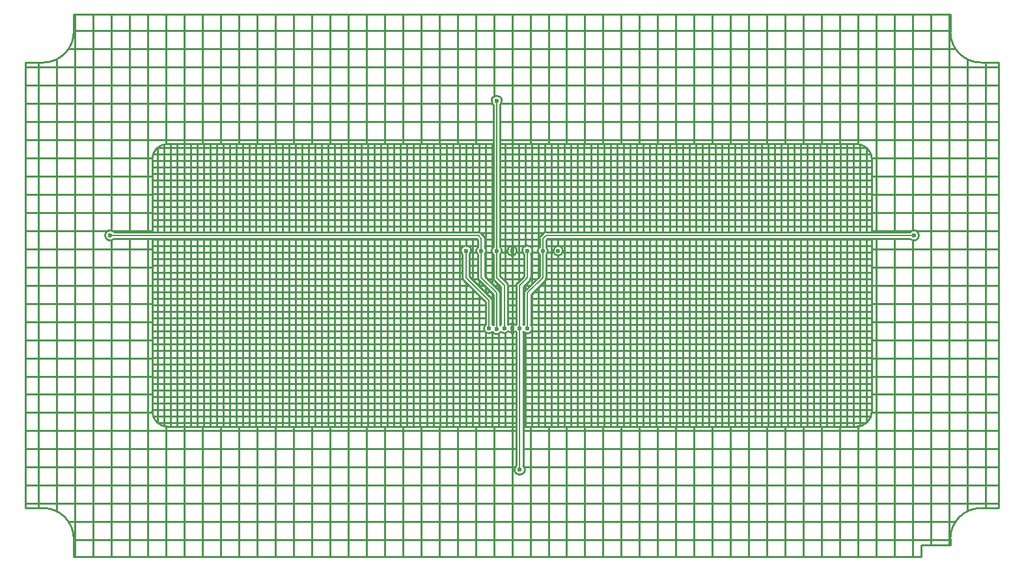
<source format=gbr>
G04 GENERATED BY PULSONIX 7.0 GERBER.DLL 4573*
%INHILLSTAR_100X50_EL_4LAYER_V1_0*%
%LNGERBER_INNER2*%
%FSLAX33Y33*%
%IPPOS*%
%LPD*%
%OFA0B0*%
%MOMM*%
%ADD10C,0.250*%
%ADD12C,0.150*%
%ADD105C,0.400*%
%ADD112C,0.600*%
X0Y0D02*
D02*
D10*
X63734Y157400D02*
Y99400D01*
X66034*
G75*
G02X70034Y95400J-4000*
G01*
Y93100*
X180234*
Y94425*
G75*
G02X180434Y94625I200*
G01*
X184034*
Y95400*
G75*
G02X188034Y99400I4000*
G01*
X190334*
Y157400*
X188034*
G75*
G02X184034Y161400J4000*
G01*
Y163700*
X70034*
Y161400*
G75*
G02X66034Y157400I-4000*
G01*
X63734*
X75287Y134450D02*
G75*
G02X74109Y134900I-503J450D01*
G01*
G75*
G02X75287Y135350I675*
G01*
X80234*
Y144800*
G75*
G02X82234Y146800I2000*
G01*
X124584*
Y151897*
G75*
G02X124359Y152400I450J503*
G01*
G75*
G02X125709I675*
G01*
G75*
G02X125484Y151897I-675*
G01*
Y146800*
X171834*
G75*
G02X173834Y144800J-2000*
G01*
Y135350*
X178781*
G75*
G02X179959Y134900I503J-450*
G01*
G75*
G02X178781Y134450I-675*
G01*
X173834*
Y112000*
G75*
G02X171834Y110000I-2000*
G01*
X128484*
Y104903*
G75*
G02X128709Y104400I-450J-503*
G01*
G75*
G02X127359I-675*
G01*
G75*
G02X127584Y104903I675*
G01*
Y110000*
X82234*
G75*
G02X80234Y112000J2000*
G01*
Y134450*
X75287*
X70034Y95248D02*
X184034D01*
X69364Y97616D02*
X184703D01*
X63734Y99984D02*
X190334D01*
X63734Y102352D02*
X190334D01*
X63734Y104720D02*
X127439D01*
X128628D02*
X190334D01*
X63734Y107088D02*
X127584D01*
X128484D02*
X190334D01*
X63734Y109456D02*
X127584D01*
X128484D02*
X190334D01*
X63734Y111824D02*
X80242D01*
X173826D02*
X190334D01*
X63734Y114192D02*
X80234D01*
X173834D02*
X190334D01*
X63734Y116560D02*
X80234D01*
X173834D02*
X190334D01*
X63734Y118928D02*
X80234D01*
X173834D02*
X190334D01*
X63734Y121296D02*
X80234D01*
X173834D02*
X190334D01*
X63734Y123664D02*
X80234D01*
X173834D02*
X190334D01*
X63734Y126032D02*
X80234D01*
X173834D02*
X190334D01*
X63734Y128400D02*
X80234D01*
X173834D02*
X190334D01*
X63734Y130768D02*
X80234D01*
X173834D02*
X190334D01*
X63734Y133136D02*
X80234D01*
X173834D02*
X190334D01*
X63734Y135504D02*
X74483D01*
X75085D02*
X80234D01*
X173834D02*
X178983D01*
X179585D02*
X190334D01*
X63734Y137872D02*
X80234D01*
X173834D02*
X190334D01*
X63734Y140240D02*
X80234D01*
X173834D02*
X190334D01*
X63734Y142608D02*
X80234D01*
X173834D02*
X190334D01*
X63734Y144976D02*
X80242D01*
X173826D02*
X190334D01*
X63734Y147344D02*
X124584D01*
X125484D02*
X190334D01*
X63734Y149712D02*
X124584D01*
X125484D02*
X190334D01*
X63734Y152080D02*
X124439D01*
X125628D02*
X190334D01*
X63734Y154448D02*
X190334D01*
X63734Y156816D02*
X190334D01*
X69364Y159184D02*
X184703D01*
X70034Y161552D02*
X184034D01*
X65465Y99400D02*
Y157400D01*
X67833Y98972D02*
Y157828D01*
X70201Y93100D02*
Y163700D01*
X72569Y93100D02*
Y163700D01*
X74937Y93100D02*
Y134243D01*
Y135557D02*
Y163700D01*
X77305Y93100D02*
Y134450D01*
Y135350D02*
Y163700D01*
X79673Y93100D02*
Y134450D01*
Y135350D02*
Y163700D01*
X82041Y93100D02*
Y110009D01*
Y146791D02*
Y163700D01*
X84409Y93100D02*
Y110000D01*
Y146800D02*
Y163700D01*
X86777Y93100D02*
Y110000D01*
Y146800D02*
Y163700D01*
X89145Y93100D02*
Y110000D01*
Y146800D02*
Y163700D01*
X91513Y93100D02*
Y110000D01*
Y146800D02*
Y163700D01*
X93881Y93100D02*
Y110000D01*
Y146800D02*
Y163700D01*
X96249Y93100D02*
Y110000D01*
Y146800D02*
Y163700D01*
X98617Y93100D02*
Y110000D01*
Y146800D02*
Y163700D01*
X100985Y93100D02*
Y110000D01*
Y146800D02*
Y163700D01*
X103353Y93100D02*
Y110000D01*
Y146800D02*
Y163700D01*
X105721Y93100D02*
Y110000D01*
Y146800D02*
Y163700D01*
X108089Y93100D02*
Y110000D01*
Y146800D02*
Y163700D01*
X110458Y93100D02*
Y110000D01*
Y146800D02*
Y163700D01*
X112826Y93100D02*
Y110000D01*
Y146800D02*
Y163700D01*
X115194Y93100D02*
Y110000D01*
Y146800D02*
Y163700D01*
X117562Y93100D02*
Y110000D01*
Y146800D02*
Y163700D01*
X119930Y93100D02*
Y110000D01*
Y146800D02*
Y163700D01*
X122298Y93100D02*
Y110000D01*
Y146800D02*
Y163700D01*
X124666Y93100D02*
Y110000D01*
Y152966D02*
Y163700D01*
X127034Y93100D02*
Y110000D01*
Y146800D02*
Y163700D01*
X129402Y93100D02*
Y110000D01*
Y146800D02*
Y163700D01*
X131770Y93100D02*
Y110000D01*
Y146800D02*
Y163700D01*
X134138Y93100D02*
Y110000D01*
Y146800D02*
Y163700D01*
X136506Y93100D02*
Y110000D01*
Y146800D02*
Y163700D01*
X138874Y93100D02*
Y110000D01*
Y146800D02*
Y163700D01*
X141242Y93100D02*
Y110000D01*
Y146800D02*
Y163700D01*
X143610Y93100D02*
Y110000D01*
Y146800D02*
Y163700D01*
X145978Y93100D02*
Y110000D01*
Y146800D02*
Y163700D01*
X148346Y93100D02*
Y110000D01*
Y146800D02*
Y163700D01*
X150714Y93100D02*
Y110000D01*
Y146800D02*
Y163700D01*
X153082Y93100D02*
Y110000D01*
Y146800D02*
Y163700D01*
X155450Y93100D02*
Y110000D01*
Y146800D02*
Y163700D01*
X157818Y93100D02*
Y110000D01*
Y146800D02*
Y163700D01*
X160186Y93100D02*
Y110000D01*
Y146800D02*
Y163700D01*
X162554Y93100D02*
Y110000D01*
Y146800D02*
Y163700D01*
X164922Y93100D02*
Y110000D01*
Y146800D02*
Y163700D01*
X167290Y93100D02*
Y110000D01*
Y146800D02*
Y163700D01*
X169658Y93100D02*
Y110000D01*
Y146800D02*
Y163700D01*
X172026Y93100D02*
Y110009D01*
Y146791D02*
Y163700D01*
X174394Y93100D02*
Y134450D01*
Y135350D02*
Y163700D01*
X176762Y93100D02*
Y134450D01*
Y135350D02*
Y163700D01*
X179130Y93100D02*
Y134243D01*
Y135557D02*
Y163700D01*
X181498Y94625D02*
Y163700D01*
X183866Y94625D02*
Y163700D01*
X186234Y98972D02*
Y157828D01*
X188603Y99400D02*
Y157400D01*
X80234Y134450D02*
Y112000D01*
G75*
G03X82234Y110000I2000*
G01*
X127584*
Y122312*
G75*
G02X127497Y122406I452J505*
G01*
G75*
G02X126570I-463J420*
G01*
G75*
G02X125574Y122321I-537J409*
G01*
G75*
G02X124489Y122327I-540J404*
G01*
G75*
G02X123359Y122825I-455J498*
G01*
G75*
G02X123584Y123328I675*
G01*
Y126214*
X120716Y129082*
G75*
G02X120584Y129400I318J318*
G01*
Y132397*
G75*
G02X120359Y132900I450J503*
G01*
G75*
G02X121709I675*
G01*
G75*
G02X121484Y132397I-675*
G01*
Y129586*
X124352Y126718*
G75*
G02X124484Y126400I-318J-318*
G01*
Y123328*
G75*
G02X124579Y123223I-452J-504*
G01*
G75*
G02X124584Y123228I488J-483*
G01*
Y127214*
X122716Y129082*
G75*
G02X122584Y129400I318J318*
G01*
Y132397*
G75*
G02Y133403I450J503*
G01*
Y134314*
X122447Y134450*
X80234*
X80939Y110475D02*
X127584D01*
X80350Y111329D02*
X127584D01*
X80234Y112183D02*
X127584D01*
X80234Y113036D02*
X127584D01*
X80234Y113890D02*
X127584D01*
X80234Y114743D02*
X127584D01*
X80234Y115597D02*
X127584D01*
X80234Y116450D02*
X127584D01*
X80234Y117304D02*
X127584D01*
X80234Y118157D02*
X127584D01*
X80234Y119011D02*
X127584D01*
X80234Y119865D02*
X127584D01*
X80234Y120718D02*
X127584D01*
X80234Y121572D02*
X127584D01*
X80234Y122425D02*
X123490D01*
X80234Y123279D02*
X123534D01*
X124534D02*
X124584D01*
X80234Y124132D02*
X123584D01*
X124484D02*
X124584D01*
X80234Y124986D02*
X123584D01*
X124484D02*
X124584D01*
X80234Y125839D02*
X123584D01*
X124484D02*
X124584D01*
X80234Y126693D02*
X123104D01*
X124375D02*
X124584D01*
X80234Y127546D02*
X122251D01*
X123524D02*
X124251D01*
X80234Y128400D02*
X121397D01*
X122670D02*
X123397D01*
X80234Y129254D02*
X120608D01*
X121817D02*
X122608D01*
X80234Y130107D02*
X120584D01*
X121484D02*
X122584D01*
X80234Y130961D02*
X120584D01*
X121484D02*
X122584D01*
X80234Y131814D02*
X120584D01*
X121484D02*
X122584D01*
X80234Y132668D02*
X120400D01*
X121668D02*
X122400D01*
X80234Y133521D02*
X120770D01*
X121298D02*
X122584D01*
X80234Y134375D02*
X122522D01*
X80942Y110473D02*
Y134450D01*
X81796Y110049D02*
Y134450D01*
X82649Y110000D02*
Y134450D01*
X83503Y110000D02*
Y134450D01*
X84356Y110000D02*
Y134450D01*
X85210Y110000D02*
Y134450D01*
X86063Y110000D02*
Y134450D01*
X86917Y110000D02*
Y134450D01*
X87770Y110000D02*
Y134450D01*
X88624Y110000D02*
Y134450D01*
X89478Y110000D02*
Y134450D01*
X90331Y110000D02*
Y134450D01*
X91185Y110000D02*
Y134450D01*
X92038Y110000D02*
Y134450D01*
X92892Y110000D02*
Y134450D01*
X93745Y110000D02*
Y134450D01*
X94599Y110000D02*
Y134450D01*
X95452Y110000D02*
Y134450D01*
X96306Y110000D02*
Y134450D01*
X97159Y110000D02*
Y134450D01*
X98013Y110000D02*
Y134450D01*
X98867Y110000D02*
Y134450D01*
X99720Y110000D02*
Y134450D01*
X100574Y110000D02*
Y134450D01*
X101427Y110000D02*
Y134450D01*
X102281Y110000D02*
Y134450D01*
X103134Y110000D02*
Y134450D01*
X103988Y110000D02*
Y134450D01*
X104841Y110000D02*
Y134450D01*
X105695Y110000D02*
Y134450D01*
X106549Y110000D02*
Y134450D01*
X107402Y110000D02*
Y134450D01*
X108256Y110000D02*
Y134450D01*
X109109Y110000D02*
Y134450D01*
X109963Y110000D02*
Y134450D01*
X110816Y110000D02*
Y134450D01*
X111670Y110000D02*
Y134450D01*
X112523Y110000D02*
Y134450D01*
X113377Y110000D02*
Y134450D01*
X114230Y110000D02*
Y134450D01*
X115084Y110000D02*
Y134450D01*
X115938Y110000D02*
Y134450D01*
X116791Y110000D02*
Y134450D01*
X117645Y110000D02*
Y134450D01*
X118498Y110000D02*
Y134450D01*
X119352Y110000D02*
Y134450D01*
X120205Y110000D02*
Y134450D01*
X121059Y110000D02*
Y128738D01*
Y133575D02*
Y134450D01*
X121912Y110000D02*
Y127885D01*
Y129158D02*
Y134450D01*
X122766Y110000D02*
Y127031D01*
Y128304D02*
Y129031D01*
X123620Y110000D02*
Y122292D01*
Y127451D02*
Y128178D01*
X124473Y110000D02*
Y122313D01*
Y126497D02*
Y127324D01*
X125327Y110000D02*
Y122117D01*
X126180Y110000D02*
Y122156D01*
X127034Y110000D02*
Y122200D01*
X80234Y135350D02*
X122634D01*
G75*
G02X122952Y135218J-450*
G01*
X123352Y134818*
G75*
G02X123484Y134500I-318J-318*
G01*
Y133403*
G75*
G02Y132397I-450J-503*
G01*
Y129586*
X125352Y127718*
G75*
G02X125484Y127400I-318J-318*
G01*
Y123228*
G75*
G02X125493Y123219I-465J-474*
G01*
G75*
G02X125584Y123318I542J-407*
G01*
Y128214*
X124716Y129082*
G75*
G02X124584Y129400I318J318*
G01*
Y132397*
G75*
G02Y133403I450J503*
G01*
Y146800*
X82234*
G75*
G03X80234Y144800J-2000*
G01*
Y135350*
X125484Y123279D02*
X125543D01*
X125484Y124132D02*
X125584D01*
X125484Y124986D02*
X125584D01*
X125484Y125839D02*
X125584D01*
X125484Y126693D02*
X125584D01*
X125459Y127546D02*
X125584D01*
X124670Y128400D02*
X125397D01*
X123817Y129254D02*
X124608D01*
X123484Y130107D02*
X124584D01*
X123484Y130961D02*
X124584D01*
X123484Y131814D02*
X124584D01*
X123668Y132668D02*
X124400D01*
X123484Y133521D02*
X124584D01*
X123484Y134375D02*
X124584D01*
X122941Y135228D02*
X124584D01*
X80234Y136082D02*
X124584D01*
X80234Y136936D02*
X124584D01*
X80234Y137789D02*
X124584D01*
X80234Y138643D02*
X124584D01*
X80234Y139496D02*
X124584D01*
X80234Y140350D02*
X124584D01*
X80234Y141203D02*
X124584D01*
X80234Y142057D02*
X124584D01*
X80234Y142910D02*
X124584D01*
X80234Y143764D02*
X124584D01*
X80234Y144617D02*
X124584D01*
X80350Y145471D02*
X124584D01*
X80939Y146325D02*
X124584D01*
X80942Y135350D02*
Y146327D01*
X81796Y135350D02*
Y146751D01*
X82649Y135350D02*
Y146800D01*
X83503Y135350D02*
Y146800D01*
X84356Y135350D02*
Y146800D01*
X85210Y135350D02*
Y146800D01*
X86063Y135350D02*
Y146800D01*
X86917Y135350D02*
Y146800D01*
X87770Y135350D02*
Y146800D01*
X88624Y135350D02*
Y146800D01*
X89478Y135350D02*
Y146800D01*
X90331Y135350D02*
Y146800D01*
X91185Y135350D02*
Y146800D01*
X92038Y135350D02*
Y146800D01*
X92892Y135350D02*
Y146800D01*
X93745Y135350D02*
Y146800D01*
X94599Y135350D02*
Y146800D01*
X95452Y135350D02*
Y146800D01*
X96306Y135350D02*
Y146800D01*
X97159Y135350D02*
Y146800D01*
X98013Y135350D02*
Y146800D01*
X98867Y135350D02*
Y146800D01*
X99720Y135350D02*
Y146800D01*
X100574Y135350D02*
Y146800D01*
X101427Y135350D02*
Y146800D01*
X102281Y135350D02*
Y146800D01*
X103134Y135350D02*
Y146800D01*
X103988Y135350D02*
Y146800D01*
X104841Y135350D02*
Y146800D01*
X105695Y135350D02*
Y146800D01*
X106549Y135350D02*
Y146800D01*
X107402Y135350D02*
Y146800D01*
X108256Y135350D02*
Y146800D01*
X109109Y135350D02*
Y146800D01*
X109963Y135350D02*
Y146800D01*
X110816Y135350D02*
Y146800D01*
X111670Y135350D02*
Y146800D01*
X112523Y135350D02*
Y146800D01*
X113377Y135350D02*
Y146800D01*
X114230Y135350D02*
Y146800D01*
X115084Y135350D02*
Y146800D01*
X115938Y135350D02*
Y146800D01*
X116791Y135350D02*
Y146800D01*
X117645Y135350D02*
Y146800D01*
X118498Y135350D02*
Y146800D01*
X119352Y135350D02*
Y146800D01*
X120205Y135350D02*
Y146800D01*
X121059Y135350D02*
Y146800D01*
X121912Y135350D02*
Y146800D01*
X122766Y135330D02*
Y146800D01*
X123620Y129451D02*
Y132565D01*
Y133235D02*
Y146800D01*
X124473Y128597D02*
Y132524D01*
Y133276D02*
Y146800D01*
X125327Y127744D02*
Y128471D01*
X125484Y146800D02*
Y133403D01*
G75*
G02Y132397I-450J-503*
G01*
Y129586*
X126352Y128718*
G75*
G02X126484Y128400I-318J-318*
G01*
Y123318*
G75*
G02X126562Y123235I-450J-501*
G01*
G75*
G02X127505I472J-410*
G01*
G75*
G02X127584Y123318I528J-424*
G01*
Y128400*
G75*
G02X127716Y128718I450*
G01*
X128584Y129586*
Y132397*
G75*
G02X128359Y132900I450J503*
G01*
G75*
G02X129709I675*
G01*
G75*
G02X129484Y132397I-675*
G01*
Y129400*
G75*
G02X129352Y129082I-450*
G01*
X128484Y128214*
Y123318*
G75*
G02X128534Y123268I-453J-503*
G01*
G75*
G02X128584Y123318I503J-453*
G01*
Y127400*
G75*
G02X128716Y127718I450*
G01*
X130584Y129586*
Y132397*
G75*
G02Y133403I450J503*
G01*
Y134500*
G75*
G02X130716Y134818I450*
G01*
X131116Y135218*
G75*
G02X131434Y135350I318J-318*
G01*
X173834*
Y144800*
G75*
G03X171834Y146800I-2000*
G01*
X125484*
X126409Y132900D02*
G75*
G02X127659I625D01*
G01*
G75*
G02X126409I-625*
G01*
X126524Y123279D02*
X126604D01*
X127464D02*
X127543D01*
X128524D02*
X128543D01*
X126484Y124132D02*
X127584D01*
X128484D02*
X128584D01*
X126484Y124986D02*
X127584D01*
X128484D02*
X128584D01*
X126484Y125839D02*
X127584D01*
X128484D02*
X128584D01*
X126484Y126693D02*
X127584D01*
X128484D02*
X128584D01*
X126484Y127546D02*
X127584D01*
X128484D02*
X128608D01*
X126484Y128400D02*
X127584D01*
X128670D02*
X129397D01*
X125817Y129254D02*
X128251D01*
X129459D02*
X130251D01*
X125484Y130107D02*
X128584D01*
X129484D02*
X130584D01*
X125484Y130961D02*
X128584D01*
X129484D02*
X130584D01*
X125484Y131814D02*
X128584D01*
X129484D02*
X130584D01*
X125668Y132668D02*
X126453D01*
X127614D02*
X128400D01*
X129668D02*
X130400D01*
X125484Y133521D02*
X126966D01*
X127102D02*
X128770D01*
X129298D02*
X130584D01*
X125484Y134375D02*
X130584D01*
X125484Y135228D02*
X131126D01*
X125484Y136082D02*
X173834D01*
X125484Y136936D02*
X173834D01*
X125484Y137789D02*
X173834D01*
X125484Y138643D02*
X173834D01*
X125484Y139496D02*
X173834D01*
X125484Y140350D02*
X173834D01*
X125484Y141203D02*
X173834D01*
X125484Y142057D02*
X173834D01*
X125484Y142910D02*
X173834D01*
X125484Y143764D02*
X173834D01*
X125484Y144617D02*
X173834D01*
X125484Y145471D02*
X173718D01*
X125484Y146325D02*
X173128D01*
X126180Y128890D02*
Y146800D01*
X127034Y123450D02*
Y132275D01*
Y133525D02*
Y146800D01*
X127887Y128890D02*
Y146800D01*
X128741Y127744D02*
Y128471D01*
Y133508D02*
Y146800D01*
X129594Y128597D02*
Y132524D01*
Y133276D02*
Y146800D01*
X130448Y129451D02*
Y132565D01*
Y133235D02*
Y146800D01*
X131301Y135330D02*
Y146800D01*
X132155Y135350D02*
Y146800D01*
X133009Y135350D02*
Y146800D01*
X133862Y135350D02*
Y146800D01*
X134716Y135350D02*
Y146800D01*
X135569Y135350D02*
Y146800D01*
X136423Y135350D02*
Y146800D01*
X137276Y135350D02*
Y146800D01*
X138130Y135350D02*
Y146800D01*
X138983Y135350D02*
Y146800D01*
X139837Y135350D02*
Y146800D01*
X140691Y135350D02*
Y146800D01*
X141544Y135350D02*
Y146800D01*
X142398Y135350D02*
Y146800D01*
X143251Y135350D02*
Y146800D01*
X144105Y135350D02*
Y146800D01*
X144958Y135350D02*
Y146800D01*
X145812Y135350D02*
Y146800D01*
X146665Y135350D02*
Y146800D01*
X147519Y135350D02*
Y146800D01*
X148372Y135350D02*
Y146800D01*
X149226Y135350D02*
Y146800D01*
X150080Y135350D02*
Y146800D01*
X150933Y135350D02*
Y146800D01*
X151787Y135350D02*
Y146800D01*
X152640Y135350D02*
Y146800D01*
X153494Y135350D02*
Y146800D01*
X154347Y135350D02*
Y146800D01*
X155201Y135350D02*
Y146800D01*
X156054Y135350D02*
Y146800D01*
X156908Y135350D02*
Y146800D01*
X157762Y135350D02*
Y146800D01*
X158615Y135350D02*
Y146800D01*
X159469Y135350D02*
Y146800D01*
X160322Y135350D02*
Y146800D01*
X161176Y135350D02*
Y146800D01*
X162029Y135350D02*
Y146800D01*
X162883Y135350D02*
Y146800D01*
X163736Y135350D02*
Y146800D01*
X164590Y135350D02*
Y146800D01*
X165443Y135350D02*
Y146800D01*
X166297Y135350D02*
Y146800D01*
X167151Y135350D02*
Y146800D01*
X168004Y135350D02*
Y146800D01*
X168858Y135350D02*
Y146800D01*
X169711Y135350D02*
Y146800D01*
X170565Y135350D02*
Y146800D01*
X171418Y135350D02*
Y146800D01*
X172272Y135350D02*
Y146751D01*
X173125Y135350D02*
Y146327D01*
X128484Y110000D02*
X171834D01*
G75*
G03X173834Y112000J2000*
G01*
Y134450*
X131620*
X131484Y134314*
Y133403*
G75*
G02Y132397I-450J-503*
G01*
Y129400*
G75*
G02X131352Y129082I-450*
G01*
X129484Y127214*
Y123318*
G75*
G02X129709Y122815I-450J-503*
G01*
G75*
G02X128534Y122362I-675*
G01*
G75*
G02X128484Y122312I-503J453*
G01*
Y110000*
X132409Y132900D02*
G75*
G02X133659I625D01*
G01*
G75*
G02X132409I-625*
G01*
X128484Y110475D02*
X173128D01*
X128484Y111329D02*
X173718D01*
X128484Y112183D02*
X173834D01*
X128484Y113036D02*
X173834D01*
X128484Y113890D02*
X173834D01*
X128484Y114743D02*
X173834D01*
X128484Y115597D02*
X173834D01*
X128484Y116450D02*
X173834D01*
X128484Y117304D02*
X173834D01*
X128484Y118157D02*
X173834D01*
X128484Y119011D02*
X173834D01*
X128484Y119865D02*
X173834D01*
X128484Y120718D02*
X173834D01*
X128484Y121572D02*
X173834D01*
X129585Y122425D02*
X173834D01*
X129524Y123279D02*
X173834D01*
X129484Y124132D02*
X173834D01*
X129484Y124986D02*
X173834D01*
X129484Y125839D02*
X173834D01*
X129484Y126693D02*
X173834D01*
X129817Y127546D02*
X173834D01*
X130670Y128400D02*
X173834D01*
X131459Y129254D02*
X173834D01*
X131484Y130107D02*
X173834D01*
X131484Y130961D02*
X173834D01*
X131484Y131814D02*
X173834D01*
X131668Y132668D02*
X132453D01*
X133614D02*
X173834D01*
X131484Y133521D02*
X132966D01*
X133102D02*
X173834D01*
X131545Y134375D02*
X173834D01*
X128741Y110000D02*
Y122207D01*
X129594Y110000D02*
Y122439D01*
Y123191D02*
Y127324D01*
X130448Y110000D02*
Y128178D01*
X131301Y110000D02*
Y129031D01*
X132155Y110000D02*
Y134450D01*
X133009Y110000D02*
Y132276D01*
Y133524D02*
Y134450D01*
X133862Y110000D02*
Y134450D01*
X134716Y110000D02*
Y134450D01*
X135569Y110000D02*
Y134450D01*
X136423Y110000D02*
Y134450D01*
X137276Y110000D02*
Y134450D01*
X138130Y110000D02*
Y134450D01*
X138983Y110000D02*
Y134450D01*
X139837Y110000D02*
Y134450D01*
X140691Y110000D02*
Y134450D01*
X141544Y110000D02*
Y134450D01*
X142398Y110000D02*
Y134450D01*
X143251Y110000D02*
Y134450D01*
X144105Y110000D02*
Y134450D01*
X144958Y110000D02*
Y134450D01*
X145812Y110000D02*
Y134450D01*
X146665Y110000D02*
Y134450D01*
X147519Y110000D02*
Y134450D01*
X148372Y110000D02*
Y134450D01*
X149226Y110000D02*
Y134450D01*
X150080Y110000D02*
Y134450D01*
X150933Y110000D02*
Y134450D01*
X151787Y110000D02*
Y134450D01*
X152640Y110000D02*
Y134450D01*
X153494Y110000D02*
Y134450D01*
X154347Y110000D02*
Y134450D01*
X155201Y110000D02*
Y134450D01*
X156054Y110000D02*
Y134450D01*
X156908Y110000D02*
Y134450D01*
X157762Y110000D02*
Y134450D01*
X158615Y110000D02*
Y134450D01*
X159469Y110000D02*
Y134450D01*
X160322Y110000D02*
Y134450D01*
X161176Y110000D02*
Y134450D01*
X162029Y110000D02*
Y134450D01*
X162883Y110000D02*
Y134450D01*
X163736Y110000D02*
Y134450D01*
X164590Y110000D02*
Y134450D01*
X165443Y110000D02*
Y134450D01*
X166297Y110000D02*
Y134450D01*
X167151Y110000D02*
Y134450D01*
X168004Y110000D02*
Y134450D01*
X168858Y110000D02*
Y134450D01*
X169711Y110000D02*
Y134450D01*
X170565Y110000D02*
Y134450D01*
X171418Y110000D02*
Y134450D01*
X172272Y110049D02*
Y134450D01*
X173125Y110473D02*
Y134450D01*
D02*
D12*
X121034Y132900D02*
Y129400D01*
X124034Y126400*
Y122825*
X123034Y132900D02*
Y134500D01*
X122634Y134900*
X74784*
X123034Y132900D02*
Y129400D01*
X125034Y127400*
Y122725*
Y132900D02*
Y152400D01*
Y132900D02*
Y129400D01*
X126034Y128400*
Y122815*
X128034D02*
Y128400D01*
X129034Y129400*
Y132900*
X128034Y122815D02*
Y104400D01*
X131034Y132900D02*
Y134500D01*
X131434Y134900*
X179284*
X131034Y132900D02*
Y129400D01*
X129034Y127400*
Y122815*
D02*
D105*
X127034Y122601D02*
Y122200D01*
Y123049D02*
Y123450D01*
Y132676D02*
Y132275D01*
Y133124D02*
Y133525D01*
D02*
D112*
X74784Y134900D03*
X121034Y132900D03*
X123034D03*
X124034Y122825D03*
X125034Y122725D03*
Y132900D03*
Y152400D03*
X126034Y122815D03*
X127034Y122825D03*
Y132900D03*
X128034Y104400D03*
Y122815D03*
X129034D03*
Y132900D03*
X131034D03*
X133034D03*
X179284Y134900D03*
X0Y0D02*
M02*

</source>
